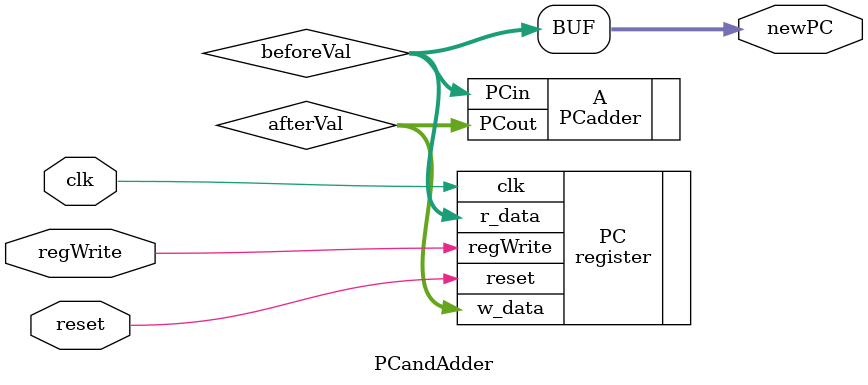
<source format=v>
`timescale 1ns / 1ps
module PCandAdder(
		input clk,
		input regWrite,
		input reset,
		output reg [15:0] newPC
    );

wire [15:0] beforeVal;
wire [15:0] afterVal;

PCadder A (
    .PCin(beforeVal), 
    .PCout(afterVal)
    );
	 
	 
register PC (
    .regWrite(regWrite), 
    .clk(clk), 
	 .reset(reset),
    .w_data(afterVal), 
    .r_data(beforeVal)
    );
	 
always @(*) begin
	newPC <= beforeVal;
end
	 
	 



endmodule

</source>
